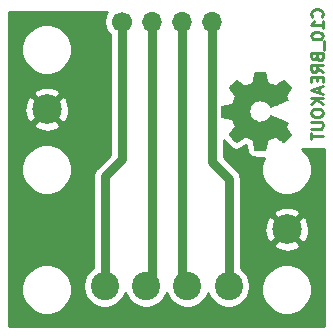
<source format=gbr>
G04 #@! TF.GenerationSoftware,KiCad,Pcbnew,5.1.5-52549c5~86~ubuntu18.04.1*
G04 #@! TF.CreationDate,2020-10-13T14:05:38-05:00*
G04 #@! TF.ProjectId,C10,4331302e-6b69-4636-9164-5f7063625858,rev?*
G04 #@! TF.SameCoordinates,Original*
G04 #@! TF.FileFunction,Copper,L2,Bot*
G04 #@! TF.FilePolarity,Positive*
%FSLAX46Y46*%
G04 Gerber Fmt 4.6, Leading zero omitted, Abs format (unit mm)*
G04 Created by KiCad (PCBNEW 5.1.5-52549c5~86~ubuntu18.04.1) date 2020-10-13 14:05:38*
%MOMM*%
%LPD*%
G04 APERTURE LIST*
%ADD10C,0.250000*%
%ADD11C,0.010000*%
%ADD12C,2.400000*%
%ADD13O,1.700000X1.700000*%
%ADD14C,1.700000*%
%ADD15C,2.499360*%
%ADD16C,0.750000*%
%ADD17C,0.254000*%
G04 APERTURE END LIST*
D10*
X47093142Y-21049266D02*
X47140761Y-21001647D01*
X47188380Y-20858790D01*
X47188380Y-20763552D01*
X47140761Y-20620695D01*
X47045523Y-20525457D01*
X46950285Y-20477838D01*
X46759809Y-20430219D01*
X46616952Y-20430219D01*
X46426476Y-20477838D01*
X46331238Y-20525457D01*
X46236000Y-20620695D01*
X46188380Y-20763552D01*
X46188380Y-20858790D01*
X46236000Y-21001647D01*
X46283619Y-21049266D01*
X47188380Y-22001647D02*
X47188380Y-21430219D01*
X47188380Y-21715933D02*
X46188380Y-21715933D01*
X46331238Y-21620695D01*
X46426476Y-21525457D01*
X46474095Y-21430219D01*
X46188380Y-22620695D02*
X46188380Y-22715933D01*
X46236000Y-22811171D01*
X46283619Y-22858790D01*
X46378857Y-22906409D01*
X46569333Y-22954028D01*
X46807428Y-22954028D01*
X46997904Y-22906409D01*
X47093142Y-22858790D01*
X47140761Y-22811171D01*
X47188380Y-22715933D01*
X47188380Y-22620695D01*
X47140761Y-22525457D01*
X47093142Y-22477838D01*
X46997904Y-22430219D01*
X46807428Y-22382600D01*
X46569333Y-22382600D01*
X46378857Y-22430219D01*
X46283619Y-22477838D01*
X46236000Y-22525457D01*
X46188380Y-22620695D01*
X47283619Y-23144504D02*
X47283619Y-23906409D01*
X46664571Y-24477838D02*
X46712190Y-24620695D01*
X46759809Y-24668314D01*
X46855047Y-24715933D01*
X46997904Y-24715933D01*
X47093142Y-24668314D01*
X47140761Y-24620695D01*
X47188380Y-24525457D01*
X47188380Y-24144504D01*
X46188380Y-24144504D01*
X46188380Y-24477838D01*
X46236000Y-24573076D01*
X46283619Y-24620695D01*
X46378857Y-24668314D01*
X46474095Y-24668314D01*
X46569333Y-24620695D01*
X46616952Y-24573076D01*
X46664571Y-24477838D01*
X46664571Y-24144504D01*
X47188380Y-25715933D02*
X46712190Y-25382600D01*
X47188380Y-25144504D02*
X46188380Y-25144504D01*
X46188380Y-25525457D01*
X46236000Y-25620695D01*
X46283619Y-25668314D01*
X46378857Y-25715933D01*
X46521714Y-25715933D01*
X46616952Y-25668314D01*
X46664571Y-25620695D01*
X46712190Y-25525457D01*
X46712190Y-25144504D01*
X46664571Y-26144504D02*
X46664571Y-26477838D01*
X47188380Y-26620695D02*
X47188380Y-26144504D01*
X46188380Y-26144504D01*
X46188380Y-26620695D01*
X46902666Y-27001647D02*
X46902666Y-27477838D01*
X47188380Y-26906409D02*
X46188380Y-27239742D01*
X47188380Y-27573076D01*
X47188380Y-27906409D02*
X46188380Y-27906409D01*
X47188380Y-28477838D02*
X46616952Y-28049266D01*
X46188380Y-28477838D02*
X46759809Y-27906409D01*
X46188380Y-29096885D02*
X46188380Y-29287361D01*
X46236000Y-29382600D01*
X46331238Y-29477838D01*
X46521714Y-29525457D01*
X46855047Y-29525457D01*
X47045523Y-29477838D01*
X47140761Y-29382600D01*
X47188380Y-29287361D01*
X47188380Y-29096885D01*
X47140761Y-29001647D01*
X47045523Y-28906409D01*
X46855047Y-28858790D01*
X46521714Y-28858790D01*
X46331238Y-28906409D01*
X46236000Y-29001647D01*
X46188380Y-29096885D01*
X46188380Y-29954028D02*
X46997904Y-29954028D01*
X47093142Y-30001647D01*
X47140761Y-30049266D01*
X47188380Y-30144504D01*
X47188380Y-30334980D01*
X47140761Y-30430219D01*
X47093142Y-30477838D01*
X46997904Y-30525457D01*
X46188380Y-30525457D01*
X46188380Y-30858790D02*
X46188380Y-31430219D01*
X47188380Y-31144504D02*
X46188380Y-31144504D01*
D11*
G36*
X39023331Y-29588014D02*
G01*
X39467955Y-29671835D01*
X39595453Y-29981120D01*
X39722951Y-30290406D01*
X39470646Y-30661446D01*
X39400396Y-30765357D01*
X39337672Y-30859287D01*
X39285338Y-30938852D01*
X39246257Y-30999670D01*
X39223293Y-31037357D01*
X39218342Y-31047621D01*
X39231076Y-31066110D01*
X39266282Y-31105620D01*
X39319462Y-31161722D01*
X39386118Y-31229987D01*
X39461754Y-31305986D01*
X39541872Y-31385292D01*
X39621974Y-31463475D01*
X39697564Y-31536107D01*
X39764145Y-31598759D01*
X39817218Y-31647003D01*
X39852287Y-31676410D01*
X39864023Y-31683441D01*
X39885660Y-31673323D01*
X39933062Y-31644959D01*
X40001593Y-31601329D01*
X40086615Y-31545418D01*
X40183493Y-31480206D01*
X40238750Y-31442419D01*
X40339648Y-31373543D01*
X40430699Y-31312340D01*
X40507370Y-31261778D01*
X40565128Y-31224828D01*
X40599443Y-31204458D01*
X40606654Y-31201397D01*
X40627148Y-31208336D01*
X40674913Y-31227251D01*
X40743232Y-31255287D01*
X40825389Y-31289591D01*
X40914670Y-31327309D01*
X41004358Y-31365587D01*
X41087738Y-31401570D01*
X41158094Y-31432406D01*
X41208710Y-31455239D01*
X41232871Y-31467217D01*
X41233822Y-31467924D01*
X41238436Y-31486731D01*
X41248728Y-31536818D01*
X41263687Y-31612993D01*
X41282301Y-31710065D01*
X41303559Y-31822843D01*
X41315818Y-31888642D01*
X41338762Y-32009150D01*
X41360595Y-32117997D01*
X41380122Y-32209676D01*
X41396148Y-32278681D01*
X41407479Y-32319504D01*
X41411074Y-32327711D01*
X41435406Y-32335748D01*
X41490359Y-32342233D01*
X41569508Y-32347170D01*
X41666426Y-32350564D01*
X41774687Y-32352418D01*
X41887865Y-32352738D01*
X41999535Y-32351527D01*
X42103268Y-32348790D01*
X42192641Y-32344531D01*
X42261226Y-32338755D01*
X42302597Y-32331467D01*
X42311210Y-32327095D01*
X42321533Y-32300964D01*
X42336292Y-32245593D01*
X42353752Y-32168307D01*
X42372180Y-32076430D01*
X42378141Y-32044358D01*
X42406466Y-31889724D01*
X42429276Y-31767575D01*
X42447480Y-31673873D01*
X42461983Y-31604584D01*
X42473692Y-31555671D01*
X42483515Y-31523097D01*
X42492356Y-31502828D01*
X42501124Y-31490826D01*
X42502857Y-31489147D01*
X42530771Y-31472384D01*
X42585095Y-31446814D01*
X42659177Y-31414988D01*
X42746365Y-31379460D01*
X42840008Y-31342783D01*
X42933452Y-31307511D01*
X43020047Y-31276196D01*
X43093140Y-31251393D01*
X43146078Y-31235654D01*
X43172211Y-31231532D01*
X43173126Y-31231876D01*
X43194486Y-31245841D01*
X43241484Y-31277522D01*
X43309227Y-31323591D01*
X43392823Y-31380718D01*
X43487382Y-31445573D01*
X43514254Y-31464043D01*
X43611675Y-31529899D01*
X43700563Y-31587850D01*
X43775812Y-31634738D01*
X43832320Y-31667407D01*
X43864981Y-31682700D01*
X43868993Y-31683441D01*
X43890084Y-31670592D01*
X43931864Y-31635088D01*
X43989845Y-31581493D01*
X44059535Y-31514371D01*
X44136445Y-31438287D01*
X44216083Y-31357804D01*
X44293961Y-31277487D01*
X44365586Y-31201899D01*
X44426470Y-31135605D01*
X44472121Y-31083169D01*
X44498050Y-31049155D01*
X44502283Y-31039745D01*
X44492312Y-31017843D01*
X44465420Y-30973000D01*
X44426136Y-30912521D01*
X44394517Y-30865989D01*
X44336498Y-30781675D01*
X44268184Y-30681826D01*
X44199979Y-30581673D01*
X44163475Y-30527827D01*
X44040200Y-30345571D01*
X44122920Y-30192581D01*
X44159159Y-30122882D01*
X44187326Y-30063614D01*
X44203391Y-30023511D01*
X44205626Y-30013303D01*
X44189122Y-30001029D01*
X44142482Y-29976813D01*
X44070009Y-29942463D01*
X43976006Y-29899788D01*
X43864774Y-29850594D01*
X43740615Y-29796690D01*
X43607832Y-29739884D01*
X43470727Y-29681982D01*
X43333602Y-29624793D01*
X43200758Y-29570124D01*
X43076498Y-29519784D01*
X42965125Y-29475580D01*
X42870939Y-29439319D01*
X42798244Y-29412809D01*
X42751341Y-29397858D01*
X42735233Y-29395454D01*
X42714686Y-29414511D01*
X42681333Y-29456236D01*
X42642102Y-29511906D01*
X42638999Y-29516578D01*
X42523823Y-29660464D01*
X42389453Y-29776483D01*
X42240184Y-29863630D01*
X42080313Y-29920899D01*
X41914137Y-29947286D01*
X41745952Y-29941785D01*
X41580055Y-29903390D01*
X41420742Y-29831095D01*
X41385887Y-29809826D01*
X41245137Y-29699196D01*
X41132114Y-29568502D01*
X41047403Y-29422264D01*
X40991594Y-29265008D01*
X40965274Y-29101257D01*
X40969030Y-28935533D01*
X41003450Y-28772362D01*
X41069123Y-28616265D01*
X41166635Y-28471767D01*
X41206213Y-28427069D01*
X41330103Y-28313312D01*
X41460524Y-28230418D01*
X41606715Y-28173556D01*
X41751488Y-28141887D01*
X41914260Y-28134069D01*
X42077840Y-28160138D01*
X42236698Y-28217445D01*
X42385306Y-28303344D01*
X42518135Y-28415186D01*
X42629656Y-28550323D01*
X42641411Y-28568083D01*
X42679908Y-28624350D01*
X42713263Y-28667123D01*
X42734560Y-28687572D01*
X42735233Y-28687869D01*
X42758271Y-28683479D01*
X42810557Y-28666076D01*
X42887790Y-28637468D01*
X42985668Y-28599465D01*
X43099891Y-28553874D01*
X43226158Y-28502503D01*
X43360167Y-28447162D01*
X43497618Y-28389658D01*
X43634208Y-28331801D01*
X43765637Y-28275398D01*
X43887605Y-28222258D01*
X43995809Y-28174190D01*
X44085949Y-28133001D01*
X44153723Y-28100501D01*
X44194830Y-28078497D01*
X44205626Y-28069636D01*
X44197219Y-28042560D01*
X44174672Y-27991897D01*
X44142013Y-27926383D01*
X44122920Y-27890359D01*
X44040200Y-27737368D01*
X44163475Y-27555112D01*
X44226628Y-27462075D01*
X44296127Y-27360215D01*
X44361565Y-27264762D01*
X44394517Y-27216950D01*
X44439673Y-27149705D01*
X44475457Y-27092764D01*
X44497338Y-27053554D01*
X44501963Y-27040819D01*
X44489485Y-27022283D01*
X44454652Y-26981259D01*
X44401078Y-26921725D01*
X44332383Y-26847658D01*
X44252181Y-26763035D01*
X44200686Y-26709515D01*
X44108686Y-26615881D01*
X44026399Y-26534959D01*
X43957345Y-26470023D01*
X43905044Y-26424342D01*
X43873016Y-26401189D01*
X43866516Y-26398968D01*
X43841794Y-26409276D01*
X43791805Y-26437761D01*
X43721612Y-26481263D01*
X43636275Y-26536623D01*
X43540856Y-26600680D01*
X43514254Y-26618897D01*
X43417567Y-26685273D01*
X43330517Y-26744822D01*
X43257995Y-26794216D01*
X43204893Y-26830125D01*
X43176103Y-26849219D01*
X43173126Y-26851064D01*
X43150182Y-26848305D01*
X43099736Y-26833662D01*
X43028441Y-26809687D01*
X42942947Y-26778934D01*
X42849907Y-26743956D01*
X42755974Y-26707307D01*
X42667799Y-26671539D01*
X42592034Y-26639206D01*
X42535331Y-26612862D01*
X42504343Y-26595058D01*
X42502857Y-26593793D01*
X42494001Y-26582906D01*
X42485243Y-26564518D01*
X42475677Y-26534594D01*
X42464396Y-26489097D01*
X42450493Y-26423991D01*
X42433063Y-26335239D01*
X42411198Y-26218807D01*
X42383991Y-26070658D01*
X42378141Y-26038582D01*
X42359774Y-25943514D01*
X42341805Y-25860635D01*
X42325969Y-25797270D01*
X42314000Y-25760742D01*
X42311210Y-25755844D01*
X42286472Y-25747773D01*
X42231190Y-25741213D01*
X42151789Y-25736167D01*
X42054696Y-25732641D01*
X41946338Y-25730639D01*
X41833140Y-25730164D01*
X41721528Y-25731223D01*
X41617929Y-25733818D01*
X41528768Y-25737954D01*
X41460472Y-25743637D01*
X41419466Y-25750869D01*
X41411074Y-25755229D01*
X41402608Y-25779502D01*
X41388835Y-25834774D01*
X41370950Y-25915538D01*
X41350148Y-26016288D01*
X41327623Y-26131517D01*
X41315818Y-26194298D01*
X41293551Y-26313413D01*
X41273379Y-26419635D01*
X41256315Y-26507773D01*
X41243369Y-26572634D01*
X41235555Y-26609026D01*
X41233822Y-26615016D01*
X41214290Y-26625139D01*
X41167243Y-26646538D01*
X41099403Y-26676361D01*
X41017491Y-26711755D01*
X40928228Y-26749868D01*
X40838335Y-26787847D01*
X40754535Y-26822840D01*
X40683547Y-26851994D01*
X40632094Y-26872457D01*
X40606897Y-26881377D01*
X40605796Y-26881543D01*
X40585919Y-26871431D01*
X40540177Y-26843083D01*
X40473117Y-26799477D01*
X40389284Y-26743594D01*
X40293226Y-26678413D01*
X40238050Y-26640521D01*
X40136881Y-26571475D01*
X40045030Y-26510150D01*
X39967144Y-26459537D01*
X39907869Y-26422629D01*
X39871851Y-26402418D01*
X39863777Y-26399499D01*
X39844984Y-26412047D01*
X39804857Y-26446737D01*
X39747893Y-26499137D01*
X39678585Y-26564816D01*
X39601431Y-26639344D01*
X39520925Y-26718287D01*
X39441563Y-26797217D01*
X39367840Y-26871700D01*
X39304252Y-26937306D01*
X39255294Y-26989604D01*
X39225461Y-27024161D01*
X39218342Y-27035722D01*
X39228353Y-27054546D01*
X39256478Y-27099569D01*
X39299854Y-27166413D01*
X39355618Y-27250701D01*
X39420906Y-27348056D01*
X39470646Y-27421493D01*
X39722951Y-27792533D01*
X39467955Y-28411105D01*
X39023331Y-28494925D01*
X38578707Y-28578746D01*
X38578707Y-29504194D01*
X39023331Y-29588014D01*
G37*
X39023331Y-29588014D02*
X39467955Y-29671835D01*
X39595453Y-29981120D01*
X39722951Y-30290406D01*
X39470646Y-30661446D01*
X39400396Y-30765357D01*
X39337672Y-30859287D01*
X39285338Y-30938852D01*
X39246257Y-30999670D01*
X39223293Y-31037357D01*
X39218342Y-31047621D01*
X39231076Y-31066110D01*
X39266282Y-31105620D01*
X39319462Y-31161722D01*
X39386118Y-31229987D01*
X39461754Y-31305986D01*
X39541872Y-31385292D01*
X39621974Y-31463475D01*
X39697564Y-31536107D01*
X39764145Y-31598759D01*
X39817218Y-31647003D01*
X39852287Y-31676410D01*
X39864023Y-31683441D01*
X39885660Y-31673323D01*
X39933062Y-31644959D01*
X40001593Y-31601329D01*
X40086615Y-31545418D01*
X40183493Y-31480206D01*
X40238750Y-31442419D01*
X40339648Y-31373543D01*
X40430699Y-31312340D01*
X40507370Y-31261778D01*
X40565128Y-31224828D01*
X40599443Y-31204458D01*
X40606654Y-31201397D01*
X40627148Y-31208336D01*
X40674913Y-31227251D01*
X40743232Y-31255287D01*
X40825389Y-31289591D01*
X40914670Y-31327309D01*
X41004358Y-31365587D01*
X41087738Y-31401570D01*
X41158094Y-31432406D01*
X41208710Y-31455239D01*
X41232871Y-31467217D01*
X41233822Y-31467924D01*
X41238436Y-31486731D01*
X41248728Y-31536818D01*
X41263687Y-31612993D01*
X41282301Y-31710065D01*
X41303559Y-31822843D01*
X41315818Y-31888642D01*
X41338762Y-32009150D01*
X41360595Y-32117997D01*
X41380122Y-32209676D01*
X41396148Y-32278681D01*
X41407479Y-32319504D01*
X41411074Y-32327711D01*
X41435406Y-32335748D01*
X41490359Y-32342233D01*
X41569508Y-32347170D01*
X41666426Y-32350564D01*
X41774687Y-32352418D01*
X41887865Y-32352738D01*
X41999535Y-32351527D01*
X42103268Y-32348790D01*
X42192641Y-32344531D01*
X42261226Y-32338755D01*
X42302597Y-32331467D01*
X42311210Y-32327095D01*
X42321533Y-32300964D01*
X42336292Y-32245593D01*
X42353752Y-32168307D01*
X42372180Y-32076430D01*
X42378141Y-32044358D01*
X42406466Y-31889724D01*
X42429276Y-31767575D01*
X42447480Y-31673873D01*
X42461983Y-31604584D01*
X42473692Y-31555671D01*
X42483515Y-31523097D01*
X42492356Y-31502828D01*
X42501124Y-31490826D01*
X42502857Y-31489147D01*
X42530771Y-31472384D01*
X42585095Y-31446814D01*
X42659177Y-31414988D01*
X42746365Y-31379460D01*
X42840008Y-31342783D01*
X42933452Y-31307511D01*
X43020047Y-31276196D01*
X43093140Y-31251393D01*
X43146078Y-31235654D01*
X43172211Y-31231532D01*
X43173126Y-31231876D01*
X43194486Y-31245841D01*
X43241484Y-31277522D01*
X43309227Y-31323591D01*
X43392823Y-31380718D01*
X43487382Y-31445573D01*
X43514254Y-31464043D01*
X43611675Y-31529899D01*
X43700563Y-31587850D01*
X43775812Y-31634738D01*
X43832320Y-31667407D01*
X43864981Y-31682700D01*
X43868993Y-31683441D01*
X43890084Y-31670592D01*
X43931864Y-31635088D01*
X43989845Y-31581493D01*
X44059535Y-31514371D01*
X44136445Y-31438287D01*
X44216083Y-31357804D01*
X44293961Y-31277487D01*
X44365586Y-31201899D01*
X44426470Y-31135605D01*
X44472121Y-31083169D01*
X44498050Y-31049155D01*
X44502283Y-31039745D01*
X44492312Y-31017843D01*
X44465420Y-30973000D01*
X44426136Y-30912521D01*
X44394517Y-30865989D01*
X44336498Y-30781675D01*
X44268184Y-30681826D01*
X44199979Y-30581673D01*
X44163475Y-30527827D01*
X44040200Y-30345571D01*
X44122920Y-30192581D01*
X44159159Y-30122882D01*
X44187326Y-30063614D01*
X44203391Y-30023511D01*
X44205626Y-30013303D01*
X44189122Y-30001029D01*
X44142482Y-29976813D01*
X44070009Y-29942463D01*
X43976006Y-29899788D01*
X43864774Y-29850594D01*
X43740615Y-29796690D01*
X43607832Y-29739884D01*
X43470727Y-29681982D01*
X43333602Y-29624793D01*
X43200758Y-29570124D01*
X43076498Y-29519784D01*
X42965125Y-29475580D01*
X42870939Y-29439319D01*
X42798244Y-29412809D01*
X42751341Y-29397858D01*
X42735233Y-29395454D01*
X42714686Y-29414511D01*
X42681333Y-29456236D01*
X42642102Y-29511906D01*
X42638999Y-29516578D01*
X42523823Y-29660464D01*
X42389453Y-29776483D01*
X42240184Y-29863630D01*
X42080313Y-29920899D01*
X41914137Y-29947286D01*
X41745952Y-29941785D01*
X41580055Y-29903390D01*
X41420742Y-29831095D01*
X41385887Y-29809826D01*
X41245137Y-29699196D01*
X41132114Y-29568502D01*
X41047403Y-29422264D01*
X40991594Y-29265008D01*
X40965274Y-29101257D01*
X40969030Y-28935533D01*
X41003450Y-28772362D01*
X41069123Y-28616265D01*
X41166635Y-28471767D01*
X41206213Y-28427069D01*
X41330103Y-28313312D01*
X41460524Y-28230418D01*
X41606715Y-28173556D01*
X41751488Y-28141887D01*
X41914260Y-28134069D01*
X42077840Y-28160138D01*
X42236698Y-28217445D01*
X42385306Y-28303344D01*
X42518135Y-28415186D01*
X42629656Y-28550323D01*
X42641411Y-28568083D01*
X42679908Y-28624350D01*
X42713263Y-28667123D01*
X42734560Y-28687572D01*
X42735233Y-28687869D01*
X42758271Y-28683479D01*
X42810557Y-28666076D01*
X42887790Y-28637468D01*
X42985668Y-28599465D01*
X43099891Y-28553874D01*
X43226158Y-28502503D01*
X43360167Y-28447162D01*
X43497618Y-28389658D01*
X43634208Y-28331801D01*
X43765637Y-28275398D01*
X43887605Y-28222258D01*
X43995809Y-28174190D01*
X44085949Y-28133001D01*
X44153723Y-28100501D01*
X44194830Y-28078497D01*
X44205626Y-28069636D01*
X44197219Y-28042560D01*
X44174672Y-27991897D01*
X44142013Y-27926383D01*
X44122920Y-27890359D01*
X44040200Y-27737368D01*
X44163475Y-27555112D01*
X44226628Y-27462075D01*
X44296127Y-27360215D01*
X44361565Y-27264762D01*
X44394517Y-27216950D01*
X44439673Y-27149705D01*
X44475457Y-27092764D01*
X44497338Y-27053554D01*
X44501963Y-27040819D01*
X44489485Y-27022283D01*
X44454652Y-26981259D01*
X44401078Y-26921725D01*
X44332383Y-26847658D01*
X44252181Y-26763035D01*
X44200686Y-26709515D01*
X44108686Y-26615881D01*
X44026399Y-26534959D01*
X43957345Y-26470023D01*
X43905044Y-26424342D01*
X43873016Y-26401189D01*
X43866516Y-26398968D01*
X43841794Y-26409276D01*
X43791805Y-26437761D01*
X43721612Y-26481263D01*
X43636275Y-26536623D01*
X43540856Y-26600680D01*
X43514254Y-26618897D01*
X43417567Y-26685273D01*
X43330517Y-26744822D01*
X43257995Y-26794216D01*
X43204893Y-26830125D01*
X43176103Y-26849219D01*
X43173126Y-26851064D01*
X43150182Y-26848305D01*
X43099736Y-26833662D01*
X43028441Y-26809687D01*
X42942947Y-26778934D01*
X42849907Y-26743956D01*
X42755974Y-26707307D01*
X42667799Y-26671539D01*
X42592034Y-26639206D01*
X42535331Y-26612862D01*
X42504343Y-26595058D01*
X42502857Y-26593793D01*
X42494001Y-26582906D01*
X42485243Y-26564518D01*
X42475677Y-26534594D01*
X42464396Y-26489097D01*
X42450493Y-26423991D01*
X42433063Y-26335239D01*
X42411198Y-26218807D01*
X42383991Y-26070658D01*
X42378141Y-26038582D01*
X42359774Y-25943514D01*
X42341805Y-25860635D01*
X42325969Y-25797270D01*
X42314000Y-25760742D01*
X42311210Y-25755844D01*
X42286472Y-25747773D01*
X42231190Y-25741213D01*
X42151789Y-25736167D01*
X42054696Y-25732641D01*
X41946338Y-25730639D01*
X41833140Y-25730164D01*
X41721528Y-25731223D01*
X41617929Y-25733818D01*
X41528768Y-25737954D01*
X41460472Y-25743637D01*
X41419466Y-25750869D01*
X41411074Y-25755229D01*
X41402608Y-25779502D01*
X41388835Y-25834774D01*
X41370950Y-25915538D01*
X41350148Y-26016288D01*
X41327623Y-26131517D01*
X41315818Y-26194298D01*
X41293551Y-26313413D01*
X41273379Y-26419635D01*
X41256315Y-26507773D01*
X41243369Y-26572634D01*
X41235555Y-26609026D01*
X41233822Y-26615016D01*
X41214290Y-26625139D01*
X41167243Y-26646538D01*
X41099403Y-26676361D01*
X41017491Y-26711755D01*
X40928228Y-26749868D01*
X40838335Y-26787847D01*
X40754535Y-26822840D01*
X40683547Y-26851994D01*
X40632094Y-26872457D01*
X40606897Y-26881377D01*
X40605796Y-26881543D01*
X40585919Y-26871431D01*
X40540177Y-26843083D01*
X40473117Y-26799477D01*
X40389284Y-26743594D01*
X40293226Y-26678413D01*
X40238050Y-26640521D01*
X40136881Y-26571475D01*
X40045030Y-26510150D01*
X39967144Y-26459537D01*
X39907869Y-26422629D01*
X39871851Y-26402418D01*
X39863777Y-26399499D01*
X39844984Y-26412047D01*
X39804857Y-26446737D01*
X39747893Y-26499137D01*
X39678585Y-26564816D01*
X39601431Y-26639344D01*
X39520925Y-26718287D01*
X39441563Y-26797217D01*
X39367840Y-26871700D01*
X39304252Y-26937306D01*
X39255294Y-26989604D01*
X39225461Y-27024161D01*
X39218342Y-27035722D01*
X39228353Y-27054546D01*
X39256478Y-27099569D01*
X39299854Y-27166413D01*
X39355618Y-27250701D01*
X39420906Y-27348056D01*
X39470646Y-27421493D01*
X39722951Y-27792533D01*
X39467955Y-28411105D01*
X39023331Y-28494925D01*
X38578707Y-28578746D01*
X38578707Y-29504194D01*
X39023331Y-29588014D01*
D12*
X39220000Y-43865800D03*
X35720000Y-43865800D03*
X32220000Y-43865800D03*
X28720000Y-43865800D03*
D13*
X37780000Y-21463000D03*
X35240000Y-21463000D03*
X32700000Y-21463000D03*
D14*
X30160000Y-21463000D03*
D15*
X44130000Y-39050000D03*
X23810000Y-28890000D03*
D16*
X39220000Y-43865800D02*
X39220000Y-34795600D01*
X39220000Y-34795600D02*
X37774600Y-33350200D01*
X37780000Y-33344800D02*
X37780000Y-21463000D01*
X37774600Y-33350200D02*
X37780000Y-33344800D01*
X35240000Y-43385800D02*
X35720000Y-43865800D01*
X35240000Y-21463000D02*
X35240000Y-43385800D01*
X32700000Y-43385800D02*
X32220000Y-43865800D01*
X32700000Y-21463000D02*
X32700000Y-43385800D01*
X28720000Y-43865800D02*
X28720000Y-34576800D01*
X30160000Y-33136800D02*
X30160000Y-21463000D01*
X28720000Y-34576800D02*
X30160000Y-33136800D01*
D17*
G36*
X28844010Y-20759589D02*
G01*
X28732068Y-21029842D01*
X28675000Y-21316740D01*
X28675000Y-21609260D01*
X28732068Y-21896158D01*
X28844010Y-22166411D01*
X29006525Y-22409632D01*
X29150001Y-22553108D01*
X29150000Y-32718444D01*
X28040901Y-33827544D01*
X28002368Y-33859167D01*
X27970745Y-33897700D01*
X27970744Y-33897701D01*
X27876154Y-34012960D01*
X27782368Y-34188421D01*
X27724615Y-34378806D01*
X27705114Y-34576800D01*
X27710001Y-34626418D01*
X27710000Y-42333724D01*
X27550256Y-42440462D01*
X27294662Y-42696056D01*
X27093844Y-42996601D01*
X26955518Y-43330550D01*
X26885000Y-43685068D01*
X26885000Y-44046532D01*
X26955518Y-44401050D01*
X27093844Y-44734999D01*
X27294662Y-45035544D01*
X27550256Y-45291138D01*
X27850801Y-45491956D01*
X28184750Y-45630282D01*
X28539268Y-45700800D01*
X28900732Y-45700800D01*
X29255250Y-45630282D01*
X29589199Y-45491956D01*
X29889744Y-45291138D01*
X30145338Y-45035544D01*
X30346156Y-44734999D01*
X30470000Y-44436013D01*
X30593844Y-44734999D01*
X30794662Y-45035544D01*
X31050256Y-45291138D01*
X31350801Y-45491956D01*
X31684750Y-45630282D01*
X32039268Y-45700800D01*
X32400732Y-45700800D01*
X32755250Y-45630282D01*
X33089199Y-45491956D01*
X33389744Y-45291138D01*
X33645338Y-45035544D01*
X33846156Y-44734999D01*
X33970000Y-44436013D01*
X34093844Y-44734999D01*
X34294662Y-45035544D01*
X34550256Y-45291138D01*
X34850801Y-45491956D01*
X35184750Y-45630282D01*
X35539268Y-45700800D01*
X35900732Y-45700800D01*
X36255250Y-45630282D01*
X36589199Y-45491956D01*
X36889744Y-45291138D01*
X37145338Y-45035544D01*
X37346156Y-44734999D01*
X37470000Y-44436013D01*
X37593844Y-44734999D01*
X37794662Y-45035544D01*
X38050256Y-45291138D01*
X38350801Y-45491956D01*
X38684750Y-45630282D01*
X39039268Y-45700800D01*
X39400732Y-45700800D01*
X39755250Y-45630282D01*
X40089199Y-45491956D01*
X40389744Y-45291138D01*
X40645338Y-45035544D01*
X40846156Y-44734999D01*
X40984482Y-44401050D01*
X41055000Y-44046532D01*
X41055000Y-43919721D01*
X41995000Y-43919721D01*
X41995000Y-44340279D01*
X42077047Y-44752756D01*
X42237988Y-45141302D01*
X42471637Y-45490983D01*
X42769017Y-45788363D01*
X43118698Y-46022012D01*
X43507244Y-46182953D01*
X43919721Y-46265000D01*
X44340279Y-46265000D01*
X44752756Y-46182953D01*
X45141302Y-46022012D01*
X45490983Y-45788363D01*
X45788363Y-45490983D01*
X46022012Y-45141302D01*
X46182953Y-44752756D01*
X46265000Y-44340279D01*
X46265000Y-43919721D01*
X46182953Y-43507244D01*
X46022012Y-43118698D01*
X45788363Y-42769017D01*
X45490983Y-42471637D01*
X45141302Y-42237988D01*
X44752756Y-42077047D01*
X44340279Y-41995000D01*
X43919721Y-41995000D01*
X43507244Y-42077047D01*
X43118698Y-42237988D01*
X42769017Y-42471637D01*
X42471637Y-42769017D01*
X42237988Y-43118698D01*
X42077047Y-43507244D01*
X41995000Y-43919721D01*
X41055000Y-43919721D01*
X41055000Y-43685068D01*
X40984482Y-43330550D01*
X40846156Y-42996601D01*
X40645338Y-42696056D01*
X40389744Y-42440462D01*
X40230000Y-42333724D01*
X40230000Y-40363377D01*
X42996229Y-40363377D01*
X43122104Y-40653315D01*
X43454262Y-40819139D01*
X43812387Y-40916975D01*
X44182719Y-40943065D01*
X44551025Y-40896405D01*
X44903151Y-40778789D01*
X45137896Y-40653315D01*
X45263771Y-40363377D01*
X44130000Y-39229605D01*
X42996229Y-40363377D01*
X40230000Y-40363377D01*
X40230000Y-39102719D01*
X42236935Y-39102719D01*
X42283595Y-39471025D01*
X42401211Y-39823151D01*
X42526685Y-40057896D01*
X42816623Y-40183771D01*
X43950395Y-39050000D01*
X44309605Y-39050000D01*
X45443377Y-40183771D01*
X45733315Y-40057896D01*
X45899139Y-39725738D01*
X45996975Y-39367613D01*
X46023065Y-38997281D01*
X45976405Y-38628975D01*
X45858789Y-38276849D01*
X45733315Y-38042104D01*
X45443377Y-37916229D01*
X44309605Y-39050000D01*
X43950395Y-39050000D01*
X42816623Y-37916229D01*
X42526685Y-38042104D01*
X42360861Y-38374262D01*
X42263025Y-38732387D01*
X42236935Y-39102719D01*
X40230000Y-39102719D01*
X40230000Y-37736623D01*
X42996229Y-37736623D01*
X44130000Y-38870395D01*
X45263771Y-37736623D01*
X45137896Y-37446685D01*
X44805738Y-37280861D01*
X44447613Y-37183025D01*
X44077281Y-37156935D01*
X43708975Y-37203595D01*
X43356849Y-37321211D01*
X43122104Y-37446685D01*
X42996229Y-37736623D01*
X40230000Y-37736623D01*
X40230000Y-34845204D01*
X40234886Y-34795599D01*
X40230000Y-34745992D01*
X40215385Y-34597606D01*
X40157632Y-34407220D01*
X40063847Y-34231760D01*
X39937633Y-34077967D01*
X39899094Y-34046339D01*
X38790000Y-32937245D01*
X38790000Y-31532818D01*
X38792434Y-31535063D01*
X38795697Y-31539383D01*
X38801799Y-31545911D01*
X38854980Y-31602013D01*
X38855182Y-31602188D01*
X38855351Y-31602405D01*
X38861549Y-31608842D01*
X38928205Y-31677106D01*
X38928311Y-31677195D01*
X38932488Y-31681451D01*
X39008123Y-31757449D01*
X39008243Y-31757548D01*
X39011516Y-31760833D01*
X39091634Y-31840139D01*
X39091759Y-31840241D01*
X39094843Y-31843293D01*
X39174945Y-31921477D01*
X39175071Y-31921578D01*
X39178545Y-31924963D01*
X39254136Y-31997595D01*
X39254229Y-31997668D01*
X39258977Y-32002199D01*
X39325558Y-32064851D01*
X39326388Y-32065492D01*
X39327084Y-32066283D01*
X39333655Y-32072339D01*
X39386728Y-32120583D01*
X39393423Y-32125568D01*
X39399186Y-32131616D01*
X39405993Y-32137405D01*
X39441062Y-32166812D01*
X39479098Y-32192837D01*
X39515741Y-32220778D01*
X39523374Y-32225424D01*
X39535110Y-32232455D01*
X39541235Y-32235354D01*
X39544147Y-32237346D01*
X39557789Y-32243188D01*
X39587466Y-32257232D01*
X39639492Y-32282763D01*
X39643900Y-32283939D01*
X39648012Y-32285885D01*
X39704132Y-32300008D01*
X39760177Y-32314960D01*
X39764728Y-32315257D01*
X39769141Y-32316368D01*
X39826972Y-32319324D01*
X39884818Y-32323104D01*
X39889335Y-32322512D01*
X39893885Y-32322745D01*
X39951247Y-32314402D01*
X40008666Y-32306881D01*
X40012980Y-32305424D01*
X40017491Y-32304768D01*
X40072104Y-32285456D01*
X40088896Y-32279785D01*
X40092915Y-32278835D01*
X40096373Y-32277259D01*
X40127005Y-32266914D01*
X40135126Y-32263185D01*
X40156763Y-32253067D01*
X40180968Y-32238717D01*
X40206579Y-32227048D01*
X40214279Y-32222513D01*
X40261681Y-32194149D01*
X40265230Y-32191523D01*
X40269200Y-32189580D01*
X40276771Y-32184833D01*
X40345302Y-32141203D01*
X40345503Y-32141045D01*
X40345740Y-32140925D01*
X40353240Y-32136067D01*
X40438262Y-32080156D01*
X40438353Y-32080082D01*
X40443997Y-32076340D01*
X40540875Y-32011128D01*
X40540995Y-32011029D01*
X40544758Y-32008494D01*
X40599578Y-31971005D01*
X40671023Y-31922235D01*
X40674581Y-31941113D01*
X40686645Y-32005863D01*
X40686678Y-32005979D01*
X40687112Y-32008344D01*
X40710056Y-32128852D01*
X40710093Y-32128977D01*
X40711261Y-32135017D01*
X40733094Y-32243864D01*
X40733117Y-32243939D01*
X40734636Y-32251322D01*
X40754163Y-32343000D01*
X40754589Y-32344342D01*
X40754753Y-32345741D01*
X40756714Y-32354459D01*
X40772740Y-32423464D01*
X40775677Y-32432154D01*
X40777132Y-32441224D01*
X40779463Y-32449851D01*
X40790793Y-32490673D01*
X40805563Y-32528926D01*
X40817726Y-32568084D01*
X40821255Y-32576294D01*
X40824850Y-32584501D01*
X40831598Y-32596549D01*
X40836441Y-32609486D01*
X40862077Y-32650960D01*
X40885892Y-32693475D01*
X40894851Y-32703981D01*
X40902115Y-32715733D01*
X40935321Y-32751440D01*
X40966938Y-32788518D01*
X40977766Y-32797083D01*
X40987175Y-32807201D01*
X41026675Y-32835771D01*
X41064901Y-32866009D01*
X41077194Y-32872312D01*
X41088382Y-32880404D01*
X41132664Y-32900752D01*
X41176050Y-32922996D01*
X41189332Y-32926790D01*
X41201879Y-32932556D01*
X41210345Y-32935418D01*
X41234677Y-32943455D01*
X41293180Y-32956616D01*
X41351533Y-32970229D01*
X41356385Y-32970836D01*
X41356537Y-32970870D01*
X41356690Y-32970874D01*
X41360400Y-32971338D01*
X41415353Y-32977823D01*
X41428578Y-32978084D01*
X41441601Y-32980373D01*
X41450516Y-32980992D01*
X41529665Y-32985929D01*
X41533946Y-32985777D01*
X41538181Y-32986403D01*
X41547109Y-32986778D01*
X41644027Y-32990172D01*
X41645284Y-32990093D01*
X41646534Y-32990255D01*
X41655467Y-32990470D01*
X41763729Y-32992324D01*
X41763834Y-32992316D01*
X41763942Y-32992328D01*
X41772877Y-32992415D01*
X41885864Y-32992734D01*
X41885869Y-32992735D01*
X41886055Y-32992735D01*
X41886063Y-32992734D01*
X41894805Y-32992700D01*
X42006475Y-32991489D01*
X42006974Y-32991435D01*
X42007481Y-32991478D01*
X42016416Y-32991304D01*
X42120148Y-32988567D01*
X42122465Y-32988278D01*
X42124803Y-32988428D01*
X42133732Y-32988065D01*
X42223105Y-32983806D01*
X42227877Y-32983107D01*
X42077047Y-33347244D01*
X41995000Y-33759721D01*
X41995000Y-34180279D01*
X42077047Y-34592756D01*
X42237988Y-34981302D01*
X42471637Y-35330983D01*
X42769017Y-35628363D01*
X43118698Y-35862012D01*
X43507244Y-36022953D01*
X43919721Y-36105000D01*
X44340279Y-36105000D01*
X44752756Y-36022953D01*
X45141302Y-35862012D01*
X45490983Y-35628363D01*
X45788363Y-35330983D01*
X46022012Y-34981302D01*
X46182953Y-34592756D01*
X46265000Y-34180279D01*
X46265000Y-33759721D01*
X46182953Y-33347244D01*
X46022012Y-32958698D01*
X45788363Y-32609017D01*
X45490983Y-32311637D01*
X45451802Y-32285457D01*
X47280000Y-32285457D01*
X47280001Y-47280000D01*
X20660000Y-47280000D01*
X20660000Y-43919721D01*
X21675000Y-43919721D01*
X21675000Y-44340279D01*
X21757047Y-44752756D01*
X21917988Y-45141302D01*
X22151637Y-45490983D01*
X22449017Y-45788363D01*
X22798698Y-46022012D01*
X23187244Y-46182953D01*
X23599721Y-46265000D01*
X24020279Y-46265000D01*
X24432756Y-46182953D01*
X24821302Y-46022012D01*
X25170983Y-45788363D01*
X25468363Y-45490983D01*
X25702012Y-45141302D01*
X25862953Y-44752756D01*
X25945000Y-44340279D01*
X25945000Y-43919721D01*
X25862953Y-43507244D01*
X25702012Y-43118698D01*
X25468363Y-42769017D01*
X25170983Y-42471637D01*
X24821302Y-42237988D01*
X24432756Y-42077047D01*
X24020279Y-41995000D01*
X23599721Y-41995000D01*
X23187244Y-42077047D01*
X22798698Y-42237988D01*
X22449017Y-42471637D01*
X22151637Y-42769017D01*
X21917988Y-43118698D01*
X21757047Y-43507244D01*
X21675000Y-43919721D01*
X20660000Y-43919721D01*
X20660000Y-33759721D01*
X21675000Y-33759721D01*
X21675000Y-34180279D01*
X21757047Y-34592756D01*
X21917988Y-34981302D01*
X22151637Y-35330983D01*
X22449017Y-35628363D01*
X22798698Y-35862012D01*
X23187244Y-36022953D01*
X23599721Y-36105000D01*
X24020279Y-36105000D01*
X24432756Y-36022953D01*
X24821302Y-35862012D01*
X25170983Y-35628363D01*
X25468363Y-35330983D01*
X25702012Y-34981302D01*
X25862953Y-34592756D01*
X25945000Y-34180279D01*
X25945000Y-33759721D01*
X25862953Y-33347244D01*
X25702012Y-32958698D01*
X25468363Y-32609017D01*
X25170983Y-32311637D01*
X24821302Y-32077988D01*
X24432756Y-31917047D01*
X24020279Y-31835000D01*
X23599721Y-31835000D01*
X23187244Y-31917047D01*
X22798698Y-32077988D01*
X22449017Y-32311637D01*
X22151637Y-32609017D01*
X21917988Y-32958698D01*
X21757047Y-33347244D01*
X21675000Y-33759721D01*
X20660000Y-33759721D01*
X20660000Y-30203377D01*
X22676229Y-30203377D01*
X22802104Y-30493315D01*
X23134262Y-30659139D01*
X23492387Y-30756975D01*
X23862719Y-30783065D01*
X24231025Y-30736405D01*
X24583151Y-30618789D01*
X24817896Y-30493315D01*
X24943771Y-30203377D01*
X23810000Y-29069605D01*
X22676229Y-30203377D01*
X20660000Y-30203377D01*
X20660000Y-28942719D01*
X21916935Y-28942719D01*
X21963595Y-29311025D01*
X22081211Y-29663151D01*
X22206685Y-29897896D01*
X22496623Y-30023771D01*
X23630395Y-28890000D01*
X23989605Y-28890000D01*
X25123377Y-30023771D01*
X25413315Y-29897896D01*
X25579139Y-29565738D01*
X25676975Y-29207613D01*
X25703065Y-28837281D01*
X25656405Y-28468975D01*
X25538789Y-28116849D01*
X25413315Y-27882104D01*
X25123377Y-27756229D01*
X23989605Y-28890000D01*
X23630395Y-28890000D01*
X22496623Y-27756229D01*
X22206685Y-27882104D01*
X22040861Y-28214262D01*
X21943025Y-28572387D01*
X21916935Y-28942719D01*
X20660000Y-28942719D01*
X20660000Y-27576623D01*
X22676229Y-27576623D01*
X23810000Y-28710395D01*
X24943771Y-27576623D01*
X24817896Y-27286685D01*
X24485738Y-27120861D01*
X24127613Y-27023025D01*
X23757281Y-26996935D01*
X23388975Y-27043595D01*
X23036849Y-27161211D01*
X22802104Y-27286685D01*
X22676229Y-27576623D01*
X20660000Y-27576623D01*
X20660000Y-23599721D01*
X21675000Y-23599721D01*
X21675000Y-24020279D01*
X21757047Y-24432756D01*
X21917988Y-24821302D01*
X22151637Y-25170983D01*
X22449017Y-25468363D01*
X22798698Y-25702012D01*
X23187244Y-25862953D01*
X23599721Y-25945000D01*
X24020279Y-25945000D01*
X24432756Y-25862953D01*
X24821302Y-25702012D01*
X25170983Y-25468363D01*
X25468363Y-25170983D01*
X25702012Y-24821302D01*
X25862953Y-24432756D01*
X25945000Y-24020279D01*
X25945000Y-23599721D01*
X25862953Y-23187244D01*
X25702012Y-22798698D01*
X25468363Y-22449017D01*
X25170983Y-22151637D01*
X24821302Y-21917988D01*
X24432756Y-21757047D01*
X24020279Y-21675000D01*
X23599721Y-21675000D01*
X23187244Y-21757047D01*
X22798698Y-21917988D01*
X22449017Y-22151637D01*
X22151637Y-22449017D01*
X21917988Y-22798698D01*
X21757047Y-23187244D01*
X21675000Y-23599721D01*
X20660000Y-23599721D01*
X20660000Y-20660000D01*
X28910553Y-20660000D01*
X28844010Y-20759589D01*
G37*
X28844010Y-20759589D02*
X28732068Y-21029842D01*
X28675000Y-21316740D01*
X28675000Y-21609260D01*
X28732068Y-21896158D01*
X28844010Y-22166411D01*
X29006525Y-22409632D01*
X29150001Y-22553108D01*
X29150000Y-32718444D01*
X28040901Y-33827544D01*
X28002368Y-33859167D01*
X27970745Y-33897700D01*
X27970744Y-33897701D01*
X27876154Y-34012960D01*
X27782368Y-34188421D01*
X27724615Y-34378806D01*
X27705114Y-34576800D01*
X27710001Y-34626418D01*
X27710000Y-42333724D01*
X27550256Y-42440462D01*
X27294662Y-42696056D01*
X27093844Y-42996601D01*
X26955518Y-43330550D01*
X26885000Y-43685068D01*
X26885000Y-44046532D01*
X26955518Y-44401050D01*
X27093844Y-44734999D01*
X27294662Y-45035544D01*
X27550256Y-45291138D01*
X27850801Y-45491956D01*
X28184750Y-45630282D01*
X28539268Y-45700800D01*
X28900732Y-45700800D01*
X29255250Y-45630282D01*
X29589199Y-45491956D01*
X29889744Y-45291138D01*
X30145338Y-45035544D01*
X30346156Y-44734999D01*
X30470000Y-44436013D01*
X30593844Y-44734999D01*
X30794662Y-45035544D01*
X31050256Y-45291138D01*
X31350801Y-45491956D01*
X31684750Y-45630282D01*
X32039268Y-45700800D01*
X32400732Y-45700800D01*
X32755250Y-45630282D01*
X33089199Y-45491956D01*
X33389744Y-45291138D01*
X33645338Y-45035544D01*
X33846156Y-44734999D01*
X33970000Y-44436013D01*
X34093844Y-44734999D01*
X34294662Y-45035544D01*
X34550256Y-45291138D01*
X34850801Y-45491956D01*
X35184750Y-45630282D01*
X35539268Y-45700800D01*
X35900732Y-45700800D01*
X36255250Y-45630282D01*
X36589199Y-45491956D01*
X36889744Y-45291138D01*
X37145338Y-45035544D01*
X37346156Y-44734999D01*
X37470000Y-44436013D01*
X37593844Y-44734999D01*
X37794662Y-45035544D01*
X38050256Y-45291138D01*
X38350801Y-45491956D01*
X38684750Y-45630282D01*
X39039268Y-45700800D01*
X39400732Y-45700800D01*
X39755250Y-45630282D01*
X40089199Y-45491956D01*
X40389744Y-45291138D01*
X40645338Y-45035544D01*
X40846156Y-44734999D01*
X40984482Y-44401050D01*
X41055000Y-44046532D01*
X41055000Y-43919721D01*
X41995000Y-43919721D01*
X41995000Y-44340279D01*
X42077047Y-44752756D01*
X42237988Y-45141302D01*
X42471637Y-45490983D01*
X42769017Y-45788363D01*
X43118698Y-46022012D01*
X43507244Y-46182953D01*
X43919721Y-46265000D01*
X44340279Y-46265000D01*
X44752756Y-46182953D01*
X45141302Y-46022012D01*
X45490983Y-45788363D01*
X45788363Y-45490983D01*
X46022012Y-45141302D01*
X46182953Y-44752756D01*
X46265000Y-44340279D01*
X46265000Y-43919721D01*
X46182953Y-43507244D01*
X46022012Y-43118698D01*
X45788363Y-42769017D01*
X45490983Y-42471637D01*
X45141302Y-42237988D01*
X44752756Y-42077047D01*
X44340279Y-41995000D01*
X43919721Y-41995000D01*
X43507244Y-42077047D01*
X43118698Y-42237988D01*
X42769017Y-42471637D01*
X42471637Y-42769017D01*
X42237988Y-43118698D01*
X42077047Y-43507244D01*
X41995000Y-43919721D01*
X41055000Y-43919721D01*
X41055000Y-43685068D01*
X40984482Y-43330550D01*
X40846156Y-42996601D01*
X40645338Y-42696056D01*
X40389744Y-42440462D01*
X40230000Y-42333724D01*
X40230000Y-40363377D01*
X42996229Y-40363377D01*
X43122104Y-40653315D01*
X43454262Y-40819139D01*
X43812387Y-40916975D01*
X44182719Y-40943065D01*
X44551025Y-40896405D01*
X44903151Y-40778789D01*
X45137896Y-40653315D01*
X45263771Y-40363377D01*
X44130000Y-39229605D01*
X42996229Y-40363377D01*
X40230000Y-40363377D01*
X40230000Y-39102719D01*
X42236935Y-39102719D01*
X42283595Y-39471025D01*
X42401211Y-39823151D01*
X42526685Y-40057896D01*
X42816623Y-40183771D01*
X43950395Y-39050000D01*
X44309605Y-39050000D01*
X45443377Y-40183771D01*
X45733315Y-40057896D01*
X45899139Y-39725738D01*
X45996975Y-39367613D01*
X46023065Y-38997281D01*
X45976405Y-38628975D01*
X45858789Y-38276849D01*
X45733315Y-38042104D01*
X45443377Y-37916229D01*
X44309605Y-39050000D01*
X43950395Y-39050000D01*
X42816623Y-37916229D01*
X42526685Y-38042104D01*
X42360861Y-38374262D01*
X42263025Y-38732387D01*
X42236935Y-39102719D01*
X40230000Y-39102719D01*
X40230000Y-37736623D01*
X42996229Y-37736623D01*
X44130000Y-38870395D01*
X45263771Y-37736623D01*
X45137896Y-37446685D01*
X44805738Y-37280861D01*
X44447613Y-37183025D01*
X44077281Y-37156935D01*
X43708975Y-37203595D01*
X43356849Y-37321211D01*
X43122104Y-37446685D01*
X42996229Y-37736623D01*
X40230000Y-37736623D01*
X40230000Y-34845204D01*
X40234886Y-34795599D01*
X40230000Y-34745992D01*
X40215385Y-34597606D01*
X40157632Y-34407220D01*
X40063847Y-34231760D01*
X39937633Y-34077967D01*
X39899094Y-34046339D01*
X38790000Y-32937245D01*
X38790000Y-31532818D01*
X38792434Y-31535063D01*
X38795697Y-31539383D01*
X38801799Y-31545911D01*
X38854980Y-31602013D01*
X38855182Y-31602188D01*
X38855351Y-31602405D01*
X38861549Y-31608842D01*
X38928205Y-31677106D01*
X38928311Y-31677195D01*
X38932488Y-31681451D01*
X39008123Y-31757449D01*
X39008243Y-31757548D01*
X39011516Y-31760833D01*
X39091634Y-31840139D01*
X39091759Y-31840241D01*
X39094843Y-31843293D01*
X39174945Y-31921477D01*
X39175071Y-31921578D01*
X39178545Y-31924963D01*
X39254136Y-31997595D01*
X39254229Y-31997668D01*
X39258977Y-32002199D01*
X39325558Y-32064851D01*
X39326388Y-32065492D01*
X39327084Y-32066283D01*
X39333655Y-32072339D01*
X39386728Y-32120583D01*
X39393423Y-32125568D01*
X39399186Y-32131616D01*
X39405993Y-32137405D01*
X39441062Y-32166812D01*
X39479098Y-32192837D01*
X39515741Y-32220778D01*
X39523374Y-32225424D01*
X39535110Y-32232455D01*
X39541235Y-32235354D01*
X39544147Y-32237346D01*
X39557789Y-32243188D01*
X39587466Y-32257232D01*
X39639492Y-32282763D01*
X39643900Y-32283939D01*
X39648012Y-32285885D01*
X39704132Y-32300008D01*
X39760177Y-32314960D01*
X39764728Y-32315257D01*
X39769141Y-32316368D01*
X39826972Y-32319324D01*
X39884818Y-32323104D01*
X39889335Y-32322512D01*
X39893885Y-32322745D01*
X39951247Y-32314402D01*
X40008666Y-32306881D01*
X40012980Y-32305424D01*
X40017491Y-32304768D01*
X40072104Y-32285456D01*
X40088896Y-32279785D01*
X40092915Y-32278835D01*
X40096373Y-32277259D01*
X40127005Y-32266914D01*
X40135126Y-32263185D01*
X40156763Y-32253067D01*
X40180968Y-32238717D01*
X40206579Y-32227048D01*
X40214279Y-32222513D01*
X40261681Y-32194149D01*
X40265230Y-32191523D01*
X40269200Y-32189580D01*
X40276771Y-32184833D01*
X40345302Y-32141203D01*
X40345503Y-32141045D01*
X40345740Y-32140925D01*
X40353240Y-32136067D01*
X40438262Y-32080156D01*
X40438353Y-32080082D01*
X40443997Y-32076340D01*
X40540875Y-32011128D01*
X40540995Y-32011029D01*
X40544758Y-32008494D01*
X40599578Y-31971005D01*
X40671023Y-31922235D01*
X40674581Y-31941113D01*
X40686645Y-32005863D01*
X40686678Y-32005979D01*
X40687112Y-32008344D01*
X40710056Y-32128852D01*
X40710093Y-32128977D01*
X40711261Y-32135017D01*
X40733094Y-32243864D01*
X40733117Y-32243939D01*
X40734636Y-32251322D01*
X40754163Y-32343000D01*
X40754589Y-32344342D01*
X40754753Y-32345741D01*
X40756714Y-32354459D01*
X40772740Y-32423464D01*
X40775677Y-32432154D01*
X40777132Y-32441224D01*
X40779463Y-32449851D01*
X40790793Y-32490673D01*
X40805563Y-32528926D01*
X40817726Y-32568084D01*
X40821255Y-32576294D01*
X40824850Y-32584501D01*
X40831598Y-32596549D01*
X40836441Y-32609486D01*
X40862077Y-32650960D01*
X40885892Y-32693475D01*
X40894851Y-32703981D01*
X40902115Y-32715733D01*
X40935321Y-32751440D01*
X40966938Y-32788518D01*
X40977766Y-32797083D01*
X40987175Y-32807201D01*
X41026675Y-32835771D01*
X41064901Y-32866009D01*
X41077194Y-32872312D01*
X41088382Y-32880404D01*
X41132664Y-32900752D01*
X41176050Y-32922996D01*
X41189332Y-32926790D01*
X41201879Y-32932556D01*
X41210345Y-32935418D01*
X41234677Y-32943455D01*
X41293180Y-32956616D01*
X41351533Y-32970229D01*
X41356385Y-32970836D01*
X41356537Y-32970870D01*
X41356690Y-32970874D01*
X41360400Y-32971338D01*
X41415353Y-32977823D01*
X41428578Y-32978084D01*
X41441601Y-32980373D01*
X41450516Y-32980992D01*
X41529665Y-32985929D01*
X41533946Y-32985777D01*
X41538181Y-32986403D01*
X41547109Y-32986778D01*
X41644027Y-32990172D01*
X41645284Y-32990093D01*
X41646534Y-32990255D01*
X41655467Y-32990470D01*
X41763729Y-32992324D01*
X41763834Y-32992316D01*
X41763942Y-32992328D01*
X41772877Y-32992415D01*
X41885864Y-32992734D01*
X41885869Y-32992735D01*
X41886055Y-32992735D01*
X41886063Y-32992734D01*
X41894805Y-32992700D01*
X42006475Y-32991489D01*
X42006974Y-32991435D01*
X42007481Y-32991478D01*
X42016416Y-32991304D01*
X42120148Y-32988567D01*
X42122465Y-32988278D01*
X42124803Y-32988428D01*
X42133732Y-32988065D01*
X42223105Y-32983806D01*
X42227877Y-32983107D01*
X42077047Y-33347244D01*
X41995000Y-33759721D01*
X41995000Y-34180279D01*
X42077047Y-34592756D01*
X42237988Y-34981302D01*
X42471637Y-35330983D01*
X42769017Y-35628363D01*
X43118698Y-35862012D01*
X43507244Y-36022953D01*
X43919721Y-36105000D01*
X44340279Y-36105000D01*
X44752756Y-36022953D01*
X45141302Y-35862012D01*
X45490983Y-35628363D01*
X45788363Y-35330983D01*
X46022012Y-34981302D01*
X46182953Y-34592756D01*
X46265000Y-34180279D01*
X46265000Y-33759721D01*
X46182953Y-33347244D01*
X46022012Y-32958698D01*
X45788363Y-32609017D01*
X45490983Y-32311637D01*
X45451802Y-32285457D01*
X47280000Y-32285457D01*
X47280001Y-47280000D01*
X20660000Y-47280000D01*
X20660000Y-43919721D01*
X21675000Y-43919721D01*
X21675000Y-44340279D01*
X21757047Y-44752756D01*
X21917988Y-45141302D01*
X22151637Y-45490983D01*
X22449017Y-45788363D01*
X22798698Y-46022012D01*
X23187244Y-46182953D01*
X23599721Y-46265000D01*
X24020279Y-46265000D01*
X24432756Y-46182953D01*
X24821302Y-46022012D01*
X25170983Y-45788363D01*
X25468363Y-45490983D01*
X25702012Y-45141302D01*
X25862953Y-44752756D01*
X25945000Y-44340279D01*
X25945000Y-43919721D01*
X25862953Y-43507244D01*
X25702012Y-43118698D01*
X25468363Y-42769017D01*
X25170983Y-42471637D01*
X24821302Y-42237988D01*
X24432756Y-42077047D01*
X24020279Y-41995000D01*
X23599721Y-41995000D01*
X23187244Y-42077047D01*
X22798698Y-42237988D01*
X22449017Y-42471637D01*
X22151637Y-42769017D01*
X21917988Y-43118698D01*
X21757047Y-43507244D01*
X21675000Y-43919721D01*
X20660000Y-43919721D01*
X20660000Y-33759721D01*
X21675000Y-33759721D01*
X21675000Y-34180279D01*
X21757047Y-34592756D01*
X21917988Y-34981302D01*
X22151637Y-35330983D01*
X22449017Y-35628363D01*
X22798698Y-35862012D01*
X23187244Y-36022953D01*
X23599721Y-36105000D01*
X24020279Y-36105000D01*
X24432756Y-36022953D01*
X24821302Y-35862012D01*
X25170983Y-35628363D01*
X25468363Y-35330983D01*
X25702012Y-34981302D01*
X25862953Y-34592756D01*
X25945000Y-34180279D01*
X25945000Y-33759721D01*
X25862953Y-33347244D01*
X25702012Y-32958698D01*
X25468363Y-32609017D01*
X25170983Y-32311637D01*
X24821302Y-32077988D01*
X24432756Y-31917047D01*
X24020279Y-31835000D01*
X23599721Y-31835000D01*
X23187244Y-31917047D01*
X22798698Y-32077988D01*
X22449017Y-32311637D01*
X22151637Y-32609017D01*
X21917988Y-32958698D01*
X21757047Y-33347244D01*
X21675000Y-33759721D01*
X20660000Y-33759721D01*
X20660000Y-30203377D01*
X22676229Y-30203377D01*
X22802104Y-30493315D01*
X23134262Y-30659139D01*
X23492387Y-30756975D01*
X23862719Y-30783065D01*
X24231025Y-30736405D01*
X24583151Y-30618789D01*
X24817896Y-30493315D01*
X24943771Y-30203377D01*
X23810000Y-29069605D01*
X22676229Y-30203377D01*
X20660000Y-30203377D01*
X20660000Y-28942719D01*
X21916935Y-28942719D01*
X21963595Y-29311025D01*
X22081211Y-29663151D01*
X22206685Y-29897896D01*
X22496623Y-30023771D01*
X23630395Y-28890000D01*
X23989605Y-28890000D01*
X25123377Y-30023771D01*
X25413315Y-29897896D01*
X25579139Y-29565738D01*
X25676975Y-29207613D01*
X25703065Y-28837281D01*
X25656405Y-28468975D01*
X25538789Y-28116849D01*
X25413315Y-27882104D01*
X25123377Y-27756229D01*
X23989605Y-28890000D01*
X23630395Y-28890000D01*
X22496623Y-27756229D01*
X22206685Y-27882104D01*
X22040861Y-28214262D01*
X21943025Y-28572387D01*
X21916935Y-28942719D01*
X20660000Y-28942719D01*
X20660000Y-27576623D01*
X22676229Y-27576623D01*
X23810000Y-28710395D01*
X24943771Y-27576623D01*
X24817896Y-27286685D01*
X24485738Y-27120861D01*
X24127613Y-27023025D01*
X23757281Y-26996935D01*
X23388975Y-27043595D01*
X23036849Y-27161211D01*
X22802104Y-27286685D01*
X22676229Y-27576623D01*
X20660000Y-27576623D01*
X20660000Y-23599721D01*
X21675000Y-23599721D01*
X21675000Y-24020279D01*
X21757047Y-24432756D01*
X21917988Y-24821302D01*
X22151637Y-25170983D01*
X22449017Y-25468363D01*
X22798698Y-25702012D01*
X23187244Y-25862953D01*
X23599721Y-25945000D01*
X24020279Y-25945000D01*
X24432756Y-25862953D01*
X24821302Y-25702012D01*
X25170983Y-25468363D01*
X25468363Y-25170983D01*
X25702012Y-24821302D01*
X25862953Y-24432756D01*
X25945000Y-24020279D01*
X25945000Y-23599721D01*
X25862953Y-23187244D01*
X25702012Y-22798698D01*
X25468363Y-22449017D01*
X25170983Y-22151637D01*
X24821302Y-21917988D01*
X24432756Y-21757047D01*
X24020279Y-21675000D01*
X23599721Y-21675000D01*
X23187244Y-21757047D01*
X22798698Y-21917988D01*
X22449017Y-22151637D01*
X22151637Y-22449017D01*
X21917988Y-22798698D01*
X21757047Y-23187244D01*
X21675000Y-23599721D01*
X20660000Y-23599721D01*
X20660000Y-20660000D01*
X28910553Y-20660000D01*
X28844010Y-20759589D01*
M02*

</source>
